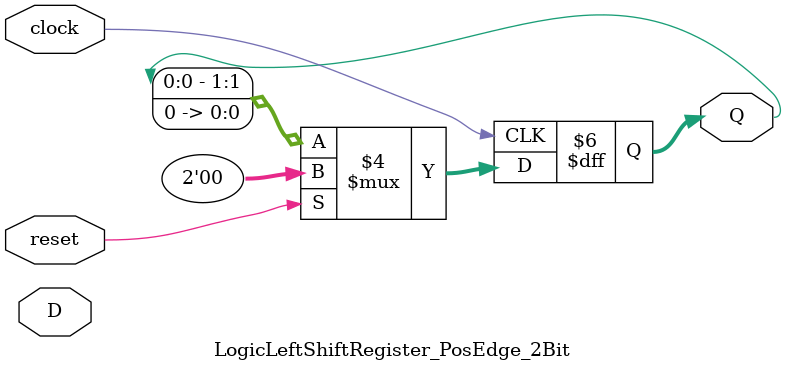
<source format=v>
module LogicLeftShiftRegister_PosEdge_2Bit (clock, reset, D, Q);
    input clock;
    input reset;
    input [1:0] D;
    output reg [1:0] Q;

    always @(posedge clock)
    begin
        if (reset)
            Q = 2'b00;
        else
            Q = Q << 1 ;        
    end
endmodule

</source>
